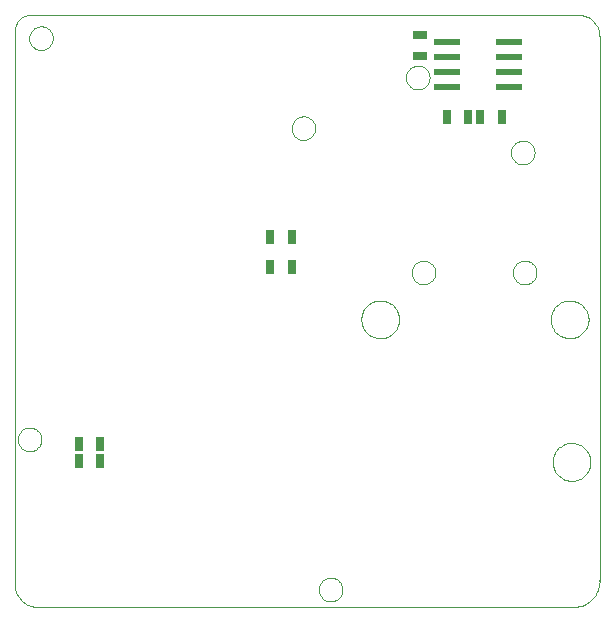
<source format=gtp>
G75*
G70*
%OFA0B0*%
%FSLAX24Y24*%
%IPPOS*%
%LPD*%
%AMOC8*
5,1,8,0,0,1.08239X$1,22.5*
%
%ADD10C,0.0000*%
%ADD11R,0.0870X0.0240*%
%ADD12R,0.0315X0.0472*%
%ADD13R,0.0472X0.0315*%
D10*
X001041Y000425D02*
X018944Y000425D01*
X018943Y000425D02*
X019001Y000428D01*
X019058Y000436D01*
X019114Y000448D01*
X019170Y000463D01*
X019224Y000481D01*
X019277Y000503D01*
X019329Y000529D01*
X019379Y000558D01*
X019427Y000590D01*
X019472Y000625D01*
X019515Y000663D01*
X019556Y000704D01*
X019594Y000748D01*
X019629Y000793D01*
X019661Y000841D01*
X019689Y000891D01*
X019715Y000943D01*
X019736Y000996D01*
X019755Y001051D01*
X019770Y001107D01*
X019781Y001163D01*
X019788Y001220D01*
X019792Y001278D01*
X019791Y001335D01*
X019792Y001335D02*
X019792Y019447D01*
X019790Y019499D01*
X019785Y019550D01*
X019775Y019601D01*
X019763Y019651D01*
X019746Y019700D01*
X019726Y019748D01*
X019703Y019794D01*
X019677Y019839D01*
X019647Y019881D01*
X019615Y019922D01*
X019580Y019960D01*
X019542Y019995D01*
X019501Y020027D01*
X019459Y020057D01*
X019414Y020083D01*
X019368Y020106D01*
X019320Y020126D01*
X019271Y020143D01*
X019221Y020155D01*
X019170Y020165D01*
X019119Y020170D01*
X019067Y020172D01*
X000841Y020172D01*
X000796Y020170D01*
X000751Y020165D01*
X000707Y020155D01*
X000664Y020143D01*
X000622Y020126D01*
X000582Y020106D01*
X000543Y020083D01*
X000507Y020057D01*
X000473Y020028D01*
X000441Y019996D01*
X000412Y019962D01*
X000386Y019926D01*
X000363Y019887D01*
X000343Y019847D01*
X000326Y019805D01*
X000314Y019762D01*
X000304Y019718D01*
X000299Y019673D01*
X000297Y019628D01*
X000297Y001232D01*
X000296Y001177D01*
X000300Y001121D01*
X000308Y001066D01*
X000319Y001012D01*
X000335Y000959D01*
X000354Y000907D01*
X000377Y000856D01*
X000403Y000808D01*
X000433Y000761D01*
X000466Y000716D01*
X000502Y000674D01*
X000541Y000635D01*
X000583Y000598D01*
X000627Y000565D01*
X000673Y000535D01*
X000722Y000508D01*
X000772Y000485D01*
X000824Y000465D01*
X000877Y000449D01*
X000932Y000437D01*
X000986Y000429D01*
X001042Y000425D01*
X000403Y006017D02*
X000405Y006056D01*
X000411Y006095D01*
X000421Y006133D01*
X000434Y006170D01*
X000451Y006205D01*
X000471Y006239D01*
X000495Y006270D01*
X000522Y006299D01*
X000551Y006325D01*
X000583Y006348D01*
X000617Y006368D01*
X000653Y006384D01*
X000690Y006396D01*
X000729Y006405D01*
X000768Y006410D01*
X000807Y006411D01*
X000846Y006408D01*
X000885Y006401D01*
X000922Y006390D01*
X000959Y006376D01*
X000994Y006358D01*
X001027Y006337D01*
X001058Y006312D01*
X001086Y006285D01*
X001111Y006255D01*
X001133Y006222D01*
X001152Y006188D01*
X001167Y006152D01*
X001179Y006114D01*
X001187Y006076D01*
X001191Y006037D01*
X001191Y005997D01*
X001187Y005958D01*
X001179Y005920D01*
X001167Y005882D01*
X001152Y005846D01*
X001133Y005812D01*
X001111Y005779D01*
X001086Y005749D01*
X001058Y005722D01*
X001027Y005697D01*
X000994Y005676D01*
X000959Y005658D01*
X000922Y005644D01*
X000885Y005633D01*
X000846Y005626D01*
X000807Y005623D01*
X000768Y005624D01*
X000729Y005629D01*
X000690Y005638D01*
X000653Y005650D01*
X000617Y005666D01*
X000583Y005686D01*
X000551Y005709D01*
X000522Y005735D01*
X000495Y005764D01*
X000471Y005795D01*
X000451Y005829D01*
X000434Y005864D01*
X000421Y005901D01*
X000411Y005939D01*
X000405Y005978D01*
X000403Y006017D01*
X009528Y016392D02*
X009530Y016431D01*
X009536Y016470D01*
X009546Y016508D01*
X009559Y016545D01*
X009576Y016580D01*
X009596Y016614D01*
X009620Y016645D01*
X009647Y016674D01*
X009676Y016700D01*
X009708Y016723D01*
X009742Y016743D01*
X009778Y016759D01*
X009815Y016771D01*
X009854Y016780D01*
X009893Y016785D01*
X009932Y016786D01*
X009971Y016783D01*
X010010Y016776D01*
X010047Y016765D01*
X010084Y016751D01*
X010119Y016733D01*
X010152Y016712D01*
X010183Y016687D01*
X010211Y016660D01*
X010236Y016630D01*
X010258Y016597D01*
X010277Y016563D01*
X010292Y016527D01*
X010304Y016489D01*
X010312Y016451D01*
X010316Y016412D01*
X010316Y016372D01*
X010312Y016333D01*
X010304Y016295D01*
X010292Y016257D01*
X010277Y016221D01*
X010258Y016187D01*
X010236Y016154D01*
X010211Y016124D01*
X010183Y016097D01*
X010152Y016072D01*
X010119Y016051D01*
X010084Y016033D01*
X010047Y016019D01*
X010010Y016008D01*
X009971Y016001D01*
X009932Y015998D01*
X009893Y015999D01*
X009854Y016004D01*
X009815Y016013D01*
X009778Y016025D01*
X009742Y016041D01*
X009708Y016061D01*
X009676Y016084D01*
X009647Y016110D01*
X009620Y016139D01*
X009596Y016170D01*
X009576Y016204D01*
X009559Y016239D01*
X009546Y016276D01*
X009536Y016314D01*
X009530Y016353D01*
X009528Y016392D01*
X013340Y018080D02*
X013342Y018119D01*
X013348Y018158D01*
X013358Y018196D01*
X013371Y018233D01*
X013388Y018268D01*
X013408Y018302D01*
X013432Y018333D01*
X013459Y018362D01*
X013488Y018388D01*
X013520Y018411D01*
X013554Y018431D01*
X013590Y018447D01*
X013627Y018459D01*
X013666Y018468D01*
X013705Y018473D01*
X013744Y018474D01*
X013783Y018471D01*
X013822Y018464D01*
X013859Y018453D01*
X013896Y018439D01*
X013931Y018421D01*
X013964Y018400D01*
X013995Y018375D01*
X014023Y018348D01*
X014048Y018318D01*
X014070Y018285D01*
X014089Y018251D01*
X014104Y018215D01*
X014116Y018177D01*
X014124Y018139D01*
X014128Y018100D01*
X014128Y018060D01*
X014124Y018021D01*
X014116Y017983D01*
X014104Y017945D01*
X014089Y017909D01*
X014070Y017875D01*
X014048Y017842D01*
X014023Y017812D01*
X013995Y017785D01*
X013964Y017760D01*
X013931Y017739D01*
X013896Y017721D01*
X013859Y017707D01*
X013822Y017696D01*
X013783Y017689D01*
X013744Y017686D01*
X013705Y017687D01*
X013666Y017692D01*
X013627Y017701D01*
X013590Y017713D01*
X013554Y017729D01*
X013520Y017749D01*
X013488Y017772D01*
X013459Y017798D01*
X013432Y017827D01*
X013408Y017858D01*
X013388Y017892D01*
X013371Y017927D01*
X013358Y017964D01*
X013348Y018002D01*
X013342Y018041D01*
X013340Y018080D01*
X016840Y015580D02*
X016842Y015619D01*
X016848Y015658D01*
X016858Y015696D01*
X016871Y015733D01*
X016888Y015768D01*
X016908Y015802D01*
X016932Y015833D01*
X016959Y015862D01*
X016988Y015888D01*
X017020Y015911D01*
X017054Y015931D01*
X017090Y015947D01*
X017127Y015959D01*
X017166Y015968D01*
X017205Y015973D01*
X017244Y015974D01*
X017283Y015971D01*
X017322Y015964D01*
X017359Y015953D01*
X017396Y015939D01*
X017431Y015921D01*
X017464Y015900D01*
X017495Y015875D01*
X017523Y015848D01*
X017548Y015818D01*
X017570Y015785D01*
X017589Y015751D01*
X017604Y015715D01*
X017616Y015677D01*
X017624Y015639D01*
X017628Y015600D01*
X017628Y015560D01*
X017624Y015521D01*
X017616Y015483D01*
X017604Y015445D01*
X017589Y015409D01*
X017570Y015375D01*
X017548Y015342D01*
X017523Y015312D01*
X017495Y015285D01*
X017464Y015260D01*
X017431Y015239D01*
X017396Y015221D01*
X017359Y015207D01*
X017322Y015196D01*
X017283Y015189D01*
X017244Y015186D01*
X017205Y015187D01*
X017166Y015192D01*
X017127Y015201D01*
X017090Y015213D01*
X017054Y015229D01*
X017020Y015249D01*
X016988Y015272D01*
X016959Y015298D01*
X016932Y015327D01*
X016908Y015358D01*
X016888Y015392D01*
X016871Y015427D01*
X016858Y015464D01*
X016848Y015502D01*
X016842Y015541D01*
X016840Y015580D01*
X016903Y011580D02*
X016905Y011619D01*
X016911Y011658D01*
X016921Y011696D01*
X016934Y011733D01*
X016951Y011768D01*
X016971Y011802D01*
X016995Y011833D01*
X017022Y011862D01*
X017051Y011888D01*
X017083Y011911D01*
X017117Y011931D01*
X017153Y011947D01*
X017190Y011959D01*
X017229Y011968D01*
X017268Y011973D01*
X017307Y011974D01*
X017346Y011971D01*
X017385Y011964D01*
X017422Y011953D01*
X017459Y011939D01*
X017494Y011921D01*
X017527Y011900D01*
X017558Y011875D01*
X017586Y011848D01*
X017611Y011818D01*
X017633Y011785D01*
X017652Y011751D01*
X017667Y011715D01*
X017679Y011677D01*
X017687Y011639D01*
X017691Y011600D01*
X017691Y011560D01*
X017687Y011521D01*
X017679Y011483D01*
X017667Y011445D01*
X017652Y011409D01*
X017633Y011375D01*
X017611Y011342D01*
X017586Y011312D01*
X017558Y011285D01*
X017527Y011260D01*
X017494Y011239D01*
X017459Y011221D01*
X017422Y011207D01*
X017385Y011196D01*
X017346Y011189D01*
X017307Y011186D01*
X017268Y011187D01*
X017229Y011192D01*
X017190Y011201D01*
X017153Y011213D01*
X017117Y011229D01*
X017083Y011249D01*
X017051Y011272D01*
X017022Y011298D01*
X016995Y011327D01*
X016971Y011358D01*
X016951Y011392D01*
X016934Y011427D01*
X016921Y011464D01*
X016911Y011502D01*
X016905Y011541D01*
X016903Y011580D01*
X018167Y010017D02*
X018169Y010067D01*
X018175Y010117D01*
X018185Y010166D01*
X018199Y010214D01*
X018216Y010261D01*
X018237Y010306D01*
X018262Y010350D01*
X018290Y010391D01*
X018322Y010430D01*
X018356Y010467D01*
X018393Y010501D01*
X018433Y010531D01*
X018475Y010558D01*
X018519Y010582D01*
X018565Y010603D01*
X018612Y010619D01*
X018660Y010632D01*
X018710Y010641D01*
X018759Y010646D01*
X018810Y010647D01*
X018860Y010644D01*
X018909Y010637D01*
X018958Y010626D01*
X019006Y010611D01*
X019052Y010593D01*
X019097Y010571D01*
X019140Y010545D01*
X019181Y010516D01*
X019220Y010484D01*
X019256Y010449D01*
X019288Y010411D01*
X019318Y010371D01*
X019345Y010328D01*
X019368Y010284D01*
X019387Y010238D01*
X019403Y010190D01*
X019415Y010141D01*
X019423Y010092D01*
X019427Y010042D01*
X019427Y009992D01*
X019423Y009942D01*
X019415Y009893D01*
X019403Y009844D01*
X019387Y009796D01*
X019368Y009750D01*
X019345Y009706D01*
X019318Y009663D01*
X019288Y009623D01*
X019256Y009585D01*
X019220Y009550D01*
X019181Y009518D01*
X019140Y009489D01*
X019097Y009463D01*
X019052Y009441D01*
X019006Y009423D01*
X018958Y009408D01*
X018909Y009397D01*
X018860Y009390D01*
X018810Y009387D01*
X018759Y009388D01*
X018710Y009393D01*
X018660Y009402D01*
X018612Y009415D01*
X018565Y009431D01*
X018519Y009452D01*
X018475Y009476D01*
X018433Y009503D01*
X018393Y009533D01*
X018356Y009567D01*
X018322Y009604D01*
X018290Y009643D01*
X018262Y009684D01*
X018237Y009728D01*
X018216Y009773D01*
X018199Y009820D01*
X018185Y009868D01*
X018175Y009917D01*
X018169Y009967D01*
X018167Y010017D01*
X013528Y011580D02*
X013530Y011619D01*
X013536Y011658D01*
X013546Y011696D01*
X013559Y011733D01*
X013576Y011768D01*
X013596Y011802D01*
X013620Y011833D01*
X013647Y011862D01*
X013676Y011888D01*
X013708Y011911D01*
X013742Y011931D01*
X013778Y011947D01*
X013815Y011959D01*
X013854Y011968D01*
X013893Y011973D01*
X013932Y011974D01*
X013971Y011971D01*
X014010Y011964D01*
X014047Y011953D01*
X014084Y011939D01*
X014119Y011921D01*
X014152Y011900D01*
X014183Y011875D01*
X014211Y011848D01*
X014236Y011818D01*
X014258Y011785D01*
X014277Y011751D01*
X014292Y011715D01*
X014304Y011677D01*
X014312Y011639D01*
X014316Y011600D01*
X014316Y011560D01*
X014312Y011521D01*
X014304Y011483D01*
X014292Y011445D01*
X014277Y011409D01*
X014258Y011375D01*
X014236Y011342D01*
X014211Y011312D01*
X014183Y011285D01*
X014152Y011260D01*
X014119Y011239D01*
X014084Y011221D01*
X014047Y011207D01*
X014010Y011196D01*
X013971Y011189D01*
X013932Y011186D01*
X013893Y011187D01*
X013854Y011192D01*
X013815Y011201D01*
X013778Y011213D01*
X013742Y011229D01*
X013708Y011249D01*
X013676Y011272D01*
X013647Y011298D01*
X013620Y011327D01*
X013596Y011358D01*
X013576Y011392D01*
X013559Y011427D01*
X013546Y011464D01*
X013536Y011502D01*
X013530Y011541D01*
X013528Y011580D01*
X011854Y010017D02*
X011856Y010067D01*
X011862Y010117D01*
X011872Y010166D01*
X011886Y010214D01*
X011903Y010261D01*
X011924Y010306D01*
X011949Y010350D01*
X011977Y010391D01*
X012009Y010430D01*
X012043Y010467D01*
X012080Y010501D01*
X012120Y010531D01*
X012162Y010558D01*
X012206Y010582D01*
X012252Y010603D01*
X012299Y010619D01*
X012347Y010632D01*
X012397Y010641D01*
X012446Y010646D01*
X012497Y010647D01*
X012547Y010644D01*
X012596Y010637D01*
X012645Y010626D01*
X012693Y010611D01*
X012739Y010593D01*
X012784Y010571D01*
X012827Y010545D01*
X012868Y010516D01*
X012907Y010484D01*
X012943Y010449D01*
X012975Y010411D01*
X013005Y010371D01*
X013032Y010328D01*
X013055Y010284D01*
X013074Y010238D01*
X013090Y010190D01*
X013102Y010141D01*
X013110Y010092D01*
X013114Y010042D01*
X013114Y009992D01*
X013110Y009942D01*
X013102Y009893D01*
X013090Y009844D01*
X013074Y009796D01*
X013055Y009750D01*
X013032Y009706D01*
X013005Y009663D01*
X012975Y009623D01*
X012943Y009585D01*
X012907Y009550D01*
X012868Y009518D01*
X012827Y009489D01*
X012784Y009463D01*
X012739Y009441D01*
X012693Y009423D01*
X012645Y009408D01*
X012596Y009397D01*
X012547Y009390D01*
X012497Y009387D01*
X012446Y009388D01*
X012397Y009393D01*
X012347Y009402D01*
X012299Y009415D01*
X012252Y009431D01*
X012206Y009452D01*
X012162Y009476D01*
X012120Y009503D01*
X012080Y009533D01*
X012043Y009567D01*
X012009Y009604D01*
X011977Y009643D01*
X011949Y009684D01*
X011924Y009728D01*
X011903Y009773D01*
X011886Y009820D01*
X011872Y009868D01*
X011862Y009917D01*
X011856Y009967D01*
X011854Y010017D01*
X018229Y005267D02*
X018231Y005317D01*
X018237Y005367D01*
X018247Y005416D01*
X018261Y005464D01*
X018278Y005511D01*
X018299Y005556D01*
X018324Y005600D01*
X018352Y005641D01*
X018384Y005680D01*
X018418Y005717D01*
X018455Y005751D01*
X018495Y005781D01*
X018537Y005808D01*
X018581Y005832D01*
X018627Y005853D01*
X018674Y005869D01*
X018722Y005882D01*
X018772Y005891D01*
X018821Y005896D01*
X018872Y005897D01*
X018922Y005894D01*
X018971Y005887D01*
X019020Y005876D01*
X019068Y005861D01*
X019114Y005843D01*
X019159Y005821D01*
X019202Y005795D01*
X019243Y005766D01*
X019282Y005734D01*
X019318Y005699D01*
X019350Y005661D01*
X019380Y005621D01*
X019407Y005578D01*
X019430Y005534D01*
X019449Y005488D01*
X019465Y005440D01*
X019477Y005391D01*
X019485Y005342D01*
X019489Y005292D01*
X019489Y005242D01*
X019485Y005192D01*
X019477Y005143D01*
X019465Y005094D01*
X019449Y005046D01*
X019430Y005000D01*
X019407Y004956D01*
X019380Y004913D01*
X019350Y004873D01*
X019318Y004835D01*
X019282Y004800D01*
X019243Y004768D01*
X019202Y004739D01*
X019159Y004713D01*
X019114Y004691D01*
X019068Y004673D01*
X019020Y004658D01*
X018971Y004647D01*
X018922Y004640D01*
X018872Y004637D01*
X018821Y004638D01*
X018772Y004643D01*
X018722Y004652D01*
X018674Y004665D01*
X018627Y004681D01*
X018581Y004702D01*
X018537Y004726D01*
X018495Y004753D01*
X018455Y004783D01*
X018418Y004817D01*
X018384Y004854D01*
X018352Y004893D01*
X018324Y004934D01*
X018299Y004978D01*
X018278Y005023D01*
X018261Y005070D01*
X018247Y005118D01*
X018237Y005167D01*
X018231Y005217D01*
X018229Y005267D01*
X010437Y001010D02*
X010439Y001049D01*
X010445Y001088D01*
X010455Y001126D01*
X010468Y001163D01*
X010485Y001198D01*
X010505Y001232D01*
X010529Y001263D01*
X010556Y001292D01*
X010585Y001318D01*
X010617Y001341D01*
X010651Y001361D01*
X010687Y001377D01*
X010724Y001389D01*
X010763Y001398D01*
X010802Y001403D01*
X010841Y001404D01*
X010880Y001401D01*
X010919Y001394D01*
X010956Y001383D01*
X010993Y001369D01*
X011028Y001351D01*
X011061Y001330D01*
X011092Y001305D01*
X011120Y001278D01*
X011145Y001248D01*
X011167Y001215D01*
X011186Y001181D01*
X011201Y001145D01*
X011213Y001107D01*
X011221Y001069D01*
X011225Y001030D01*
X011225Y000990D01*
X011221Y000951D01*
X011213Y000913D01*
X011201Y000875D01*
X011186Y000839D01*
X011167Y000805D01*
X011145Y000772D01*
X011120Y000742D01*
X011092Y000715D01*
X011061Y000690D01*
X011028Y000669D01*
X010993Y000651D01*
X010956Y000637D01*
X010919Y000626D01*
X010880Y000619D01*
X010841Y000616D01*
X010802Y000617D01*
X010763Y000622D01*
X010724Y000631D01*
X010687Y000643D01*
X010651Y000659D01*
X010617Y000679D01*
X010585Y000702D01*
X010556Y000728D01*
X010529Y000757D01*
X010505Y000788D01*
X010485Y000822D01*
X010468Y000857D01*
X010455Y000894D01*
X010445Y000932D01*
X010439Y000971D01*
X010437Y001010D01*
X000778Y019392D02*
X000780Y019431D01*
X000786Y019470D01*
X000796Y019508D01*
X000809Y019545D01*
X000826Y019580D01*
X000846Y019614D01*
X000870Y019645D01*
X000897Y019674D01*
X000926Y019700D01*
X000958Y019723D01*
X000992Y019743D01*
X001028Y019759D01*
X001065Y019771D01*
X001104Y019780D01*
X001143Y019785D01*
X001182Y019786D01*
X001221Y019783D01*
X001260Y019776D01*
X001297Y019765D01*
X001334Y019751D01*
X001369Y019733D01*
X001402Y019712D01*
X001433Y019687D01*
X001461Y019660D01*
X001486Y019630D01*
X001508Y019597D01*
X001527Y019563D01*
X001542Y019527D01*
X001554Y019489D01*
X001562Y019451D01*
X001566Y019412D01*
X001566Y019372D01*
X001562Y019333D01*
X001554Y019295D01*
X001542Y019257D01*
X001527Y019221D01*
X001508Y019187D01*
X001486Y019154D01*
X001461Y019124D01*
X001433Y019097D01*
X001402Y019072D01*
X001369Y019051D01*
X001334Y019033D01*
X001297Y019019D01*
X001260Y019008D01*
X001221Y019001D01*
X001182Y018998D01*
X001143Y018999D01*
X001104Y019004D01*
X001065Y019013D01*
X001028Y019025D01*
X000992Y019041D01*
X000958Y019061D01*
X000926Y019084D01*
X000897Y019110D01*
X000870Y019139D01*
X000846Y019170D01*
X000826Y019204D01*
X000809Y019239D01*
X000796Y019276D01*
X000786Y019314D01*
X000780Y019353D01*
X000778Y019392D01*
D11*
X014704Y019267D03*
X014704Y018767D03*
X014704Y018267D03*
X014704Y017767D03*
X016764Y017767D03*
X016764Y018267D03*
X016764Y018767D03*
X016764Y019267D03*
D12*
X016526Y016767D03*
X015817Y016767D03*
X015401Y016767D03*
X014692Y016767D03*
X009526Y012767D03*
X008817Y012767D03*
X008817Y011767D03*
X009526Y011767D03*
X003154Y005854D03*
X003151Y005306D03*
X002442Y005306D03*
X002445Y005854D03*
D13*
X013797Y018788D03*
X013797Y019496D03*
M02*

</source>
